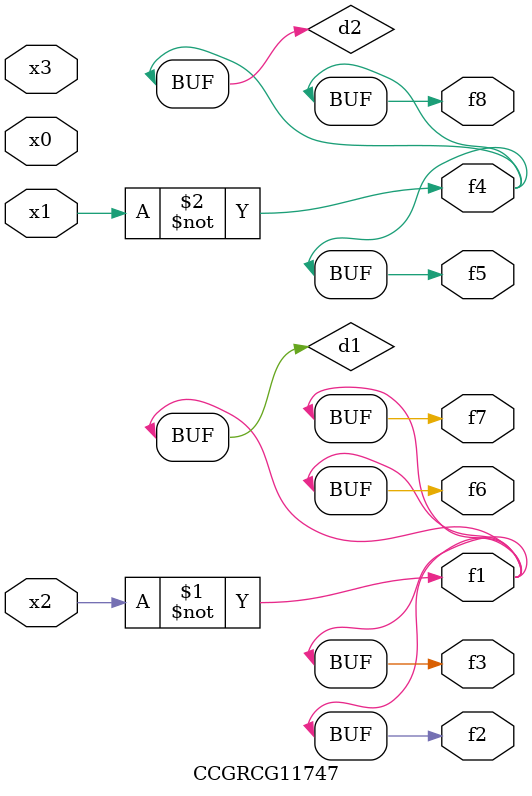
<source format=v>
module CCGRCG11747(
	input x0, x1, x2, x3,
	output f1, f2, f3, f4, f5, f6, f7, f8
);

	wire d1, d2;

	xnor (d1, x2);
	not (d2, x1);
	assign f1 = d1;
	assign f2 = d1;
	assign f3 = d1;
	assign f4 = d2;
	assign f5 = d2;
	assign f6 = d1;
	assign f7 = d1;
	assign f8 = d2;
endmodule

</source>
